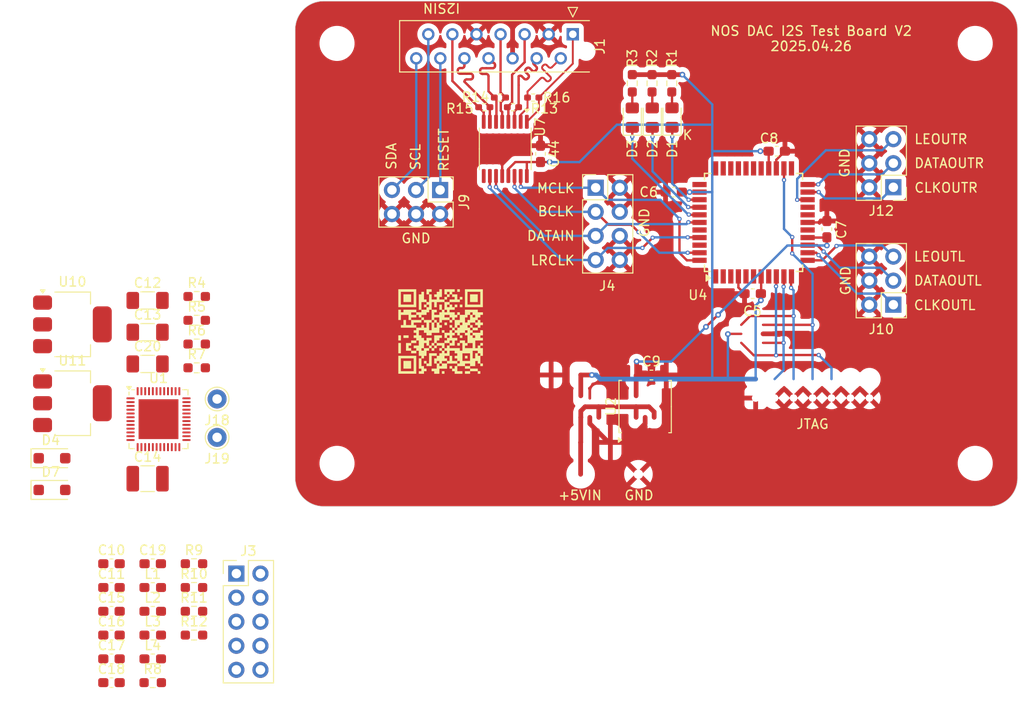
<source format=kicad_pcb>
(kicad_pcb (version 20241229) (generator "pcbnew") (generator_version "9.0")
  (layers (0 "F.Cu" mixed) (2 "B.Cu" mixed) (13 "F.Paste" user) (15 "B.Paste" user) (5 "F.SilkS" user "F.Silkscreen") (7 "B.SilkS" user "B.Silkscreen") (1 "F.Mask" user) (3 "B.Mask" user) (25 "Edge.Cuts" user))
  (net 0 "")
  (net 1 "GND")
  (net 2 "+3V3")
  (net 3 "+1V8")
  (net 4 "JTAG_TCK")
  (net 5 "JTAG_TDO")
  (net 6 "JTAG_TDI")
  (net 7 "JTAG_TMS")
  (net 8 "BCK")
  (net 9 "LRCLK")
  (net 10 "DATAIN")
  (net 11 "DATAOUTR")
  (net 12 "DATAOUTL")
  (net 13 "/VCCO_03")
  (net 14 "LEOUTR")
  (net 15 "CLKOUTR")
  (net 16 "LEOUTL")
  (net 17 "CLKOUTL")
  (net 18 "MCLK")
  (net 19 "/BCLK+")
  (net 20 "SDA")
  (net 21 "/DATAIN-")
  (net 22 "/DATAIN+")
  (net 23 "/MCLK+")
  (net 24 "SCL")
  (net 25 "/MCLK-")
  (net 26 "/LRCLK+")
  (net 27 "/LRCLK-")
  (net 28 "/VCCO_12")
  (net 29 "/VCCX")
  (net 30 "+1V2")
  (net 37 "Net-(D1-A)")
  (net 47 "Net-(D1-K)")
  (net 52 "Net-(D2-K)")
  (net 54 "RESET")
  (net 55 "/BCLK-")
  (net 57 "Net-(D2-A)")
  (net 58 "Net-(D3-K)")
  (net 59 "Net-(D3-A)")
  (net 60 "+5V")
  (net 61 "Net-(U2-~{HOLD}{slash}~{RESET}{slash}IO_{3})")
  (net 62 "Net-(U2-~{WP}{slash}IO_{2})")
  (net 63 "/SPI_MCLK")
  (net 64 "/SPI_MCS")
  (net 65 "/VCC")
  (net 69 "Net-(U1-VSS-Pad2)")
  (net 79 "Net-(J3-Pin_9)")
  (net 85 "/SPI_MI")
  (net 91 "/SPI_MO")
  (net 94 "Net-(J3-Pin_5)")
  (net 100 "Net-(J3-Pin_1)")
  (net 102 "Net-(J3-Pin_3)")
  (footprint "MountingHole:MountingHole_3.2mm_M3" (layer "F.Cu") (at 113.03 66.04)
    (property "Reference" "H1" (hide yes))
    (property "Value" "MountingHole")
  )
  (footprint "MountingHole:MountingHole_3.2mm_M3" (layer "F.Cu") (at 113.03 110.363)
    (property "Reference" "H4" (hide yes))
    (property "Value" "MountingHole")
  )
  (footprint "MountingHole:MountingHole_3.2mm_M3" (layer "F.Cu") (at 180.34 110.363)
    (property "Reference" "H3" (hide yes))
    (property "Value" "MountingHole")
  )
  (footprint "MountingHole:MountingHole_3.2mm_M3" (layer "F.Cu") (at 180.34 66.04)
    (property "Reference" "H2" (hide yes))
    (property "Value" "MountingHole")
  )
  (footprint "Capacitor_SMD:C_0603_1608Metric_Pad1.08x0.95mm_HandSolder" (layer "F.Cu") (at 156.8715 92.451)
    (property "Reference" "C5")
    (property "Value" "100nF")
  )
  (footprint "Package_QFP:TQFP-44_10x10mm_P0.8mm" (layer "F.Cu") (at 156.9616 84.9326 90)
    (property "Reference" "U4")
    (property "Value" "XC2C64A-xVQ44")
  )
  (footprint "Capacitor_SMD:C_0603_1608Metric_Pad1.08x0.95mm_HandSolder" (layer "F.Cu") (at 148.5403 81.7322)
    (property "Reference" "C6")
    (property "Value" "100nF")
  )
  (footprint "Capacitor_SMD:C_0603_1608Metric_Pad1.08x0.95mm_HandSolder" (layer "F.Cu") (at 164.6936 85.6449 -90)
    (property "Reference" "C7")
    (property "Value" "100nF")
  )
  (footprint "Capacitor_SMD:C_0603_1608Metric_Pad1.08x0.95mm_HandSolder" (layer "F.Cu") (at 159.4093 77.4142 180)
    (property "Reference" "C8")
    (property "Value" "100nF")
  )
  (footprint "Connector_PinHeader_2.54mm:PinHeader_2x03_P2.54mm_Vertical" (layer "F.Cu") (at 123.9012 81.5086 -90)
    (property "Reference" "J9")
    (property "Value" "Conn_02x03_Odd_Even")
  )
  (footprint "Package_SO:SOIC-8_5.3x5.3mm_P1.27mm" (layer "F.Cu") (at 145.5268 104.3691 90)
    (property "Reference" "U2")
    (property "Value" "W25Q32JVSS")
  )
  (footprint "Package_TO_SOT_SMD:SOT-223-3_TabPin2" (layer "F.Cu") (at 85.1208 95.6948)
    (property "Reference" "U10")
    (property "Value" "TLV1117-33")
  )
  (footprint "Inductor_SMD:L_0603_1608Metric_Pad1.05x0.95mm_HandSolder" (layer "F.Cu") (at 93.5928 130.9962)
    (property "Reference" "L4")
    (property "Value" "600R@100MHz")
  )
  (footprint "Connector_PinHeader_2.54mm:PinHeader_2x04_P2.54mm_Vertical" (layer "F.Cu") (at 140.3096 81.275)
    (property "Reference" "J4")
    (property "Value" "Conn_02x04_Odd_Even")
  )
  (footprint "LED_SMD:LED_0805_2012Metric_Pad1.15x1.40mm_HandSolder" (layer "F.Cu") (at 148.3614 73.8672 90)
    (property "Reference" "D1")
    (property "Value" "LED")
  )
  (footprint "Resistor_SMD:R_0402_1005Metric_Pad0.72x0.64mm_HandSolder" (layer "F.Cu") (at 133.7189 71.755)
    (property "Reference" "R16")
    (property "Value" "100R")
  )
  (footprint "Inductor_SMD:L_0603_1608Metric_Pad1.05x0.95mm_HandSolder" (layer "F.Cu") (at 93.5928 125.9762)
    (property "Reference" "L2")
    (property "Value" "600R@100MHz")
  )
  (footprint "Capacitor_SMD:C_0603_1608Metric_Pad1.08x0.95mm_HandSolder" (layer "F.Cu") (at 134.493 77.6975 -90)
    (property "Reference" "C44")
    (property "Value" "1uF")
  )
  (footprint "Resistor_SMD:R_0603_1608Metric_Pad0.98x0.95mm_HandSolder" (layer "F.Cu") (at 97.9428 120.9562)
    (property "Reference" "R9")
    (property "Value" "22R")
  )
  (footprint "Connector_TE-Connectivity:TE_Micro-MaTch_1-215079-4_2x07_P1.27mm_Vertical" (layer "F.Cu") (at 137.8966 65.0748 -90)
    (property "Reference" "J1")
    (property "Value" "Conn_01x15")
  )
  (footprint "Connector_PinHeader_2.54mm:PinHeader_2x05_P2.54mm_Vertical" (layer "F.Cu") (at 102.4128 121.9962)
    (property "Reference" "J3")
    (property "Value" "Conn_02x05_Odd_Even")
  )
  (footprint "Capacitor_SMD:C_0603_1608Metric_Pad1.08x0.95mm_HandSolder" (layer "F.Cu") (at 89.2428 123.4662)
    (property "Reference" "C11")
    (property "Value" "100nF")
  )
  (footprint "Connector_PinHeader_2.54mm:PinHeader_2x03_P2.54mm_Vertical" (layer "F.Cu") (at 171.704 93.6194 180)
    (property "Reference" "J10")
    (property "Value" "Conn_02x03_Odd_Even")
  )
  (footprint "Package_SO:TSSOP-16_4.4x5mm_P0.65mm" (layer "F.Cu") (at 130.7748 77.1729 -90)
    (property "Reference" "U7")
    (property "Value" "FIN1048MTCX")
  )
  (footprint "Resistor_SMD:R_0603_1608Metric_Pad0.98x0.95mm_HandSolder" (layer "F.Cu") (at 98.2308 100.2798)
    (property "Reference" "R7")
    (property "Value" "4.7k")
  )
  (footprint "Resistor_SMD:R_0603_1608Metric_Pad0.98x0.95mm_HandSolder" (layer "F.Cu") (at 98.2308 92.7498)
    (property "Reference" "R4")
    (property "Value" "4.7k")
  )
  (footprint "Connector_Pin:Pin_D1.0mm_L10.0mm" (layer "F.Cu") (at 100.3808 103.5698)
    (property "Reference" "J18")
    (property "Value" "+5VIN")
  )
  (footprint "Inductor_SMD:L_0603_1608Metric_Pad1.05x0.95mm_HandSolder" (layer "F.Cu") (at 93.5928 128.4862)
    (property "Reference" "L3")
    (property "Value" "600R@100MHz")
  )
  (footprint "Resistor_SMD:R_0603_1608Metric_Pad0.98x0.95mm_HandSolder" (layer "F.Cu") (at 97.9428 128.4862)
    (property "Reference" "R12")
    (property "Value" "4.7k")
  )
  (footprint "Capacitor_SMD:C_0603_1608Metric_Pad1.08x0.95mm_HandSolder" (layer "F.Cu") (at 89.2428 125.9762)
    (property "Reference" "C15")
    (property "Value" "10uF")
  )
  (footprint "Resistor_SMD:R_0603_1608Metric_Pad0.98x0.95mm_HandSolder" (layer "F.Cu") (at 97.9428 125.9762)
    (property "Reference" "R11")
    (property "Value" "22R")
  )
  (footprint "Resistor_SMD:R_0603_1608Metric_Pad0.98x0.95mm_HandSolder" (layer "F.Cu") (at 98.2308 95.2598)
    (property "Reference" "R5")
    (property "Value" "4.7k")
  )
  (footprint "Capacitor_SMD:C_1206_3216Metric_Pad1.33x1.80mm_HandSolder" (layer "F.Cu") (at 93.0508 96.5198)
    (property "Reference" "C13")
    (property "Value" "10uF/50V")
  )
  (footprint "Resistor_SMD:R_0603_1608Metric_Pad0.98x0.95mm_HandSolder" (layer "F.Cu") (at 93.5928 133.5062)
    (property "Reference" "R8")
    (property "Value" "22R")
  )
  (footprint "Resistor_SMD:R_0402_1005Metric_Pad0.72x0.64mm_HandSolder" (layer "F.Cu") (at 130.2137 71.755)
    (property "Reference" "R14")
    (property "Value" "100R")
  )
  (footprint "LOGO" (layer "F.Cu") (at 123.952 96.4438)
    (property "Reference" "G***" (hide yes))
    (property "Value" "LOGO" (hide yes))
  )
  (footprint "Diode_SMD:D_SOD-123F" (layer "F.Cu") (at 82.9658 113.1698)
    (property "Reference" "D7")
    (property "Value" "SM4002PL-TP")
  )
  (footprint "Resistor_SMD:R_0603_1608Metric_Pad0.98x0.95mm_HandSolder" (layer "F.Cu") (at 146.2532 70.2495 -90)
    (property "Reference" "R2")
    (property "Value" "330R")
  )
  (footprint "Resistor_SMD:R_0603_1608Metric_Pad0.98x0.95mm_HandSolder" (layer "F.Cu") (at 144.1704 70.2495 -90)
    (property "Reference" "R3")
    (property "Value" "330R")
  )
  (footprint "Resistor_SMD:R_0603_1608Metric_Pad0.98x0.95mm_HandSolder" (layer "F.Cu") (at 98.2308 97.7698)
    (property "Reference" "R6")
    (property "Value" "1k")
  )
  (footprint "Resistor_SMD:R_0402_1005Metric_Pad0.72x0.64mm_HandSolder" (layer "F.Cu") (at 131.5853 72.771)
    (property "Reference" "R13")
    (property "Value" "100R")
  )
  (footprint "Connector_PinHeader_2.54mm:PinHeader_2x03_P2.54mm_Vertical" (layer "F.Cu") (at 171.704 81.2242 180)
    (property "Reference" "J12")
    (property "Value" "Conn_02x03_Odd_Even")
  )
  (footprint "Capacitor_SMD:C_0603_1608Metric_Pad1.08x0.95mm_HandSolder" (layer "F.Cu") (at 93.5928 120.9562)
    (property "Reference" "C19")
    (property "Value" "100nF")
  )
  (footprint "Capacitor_SMD:C_1210_3225Metric_Pad1.33x2.70mm_HandSolder" (layer "F.Cu") (at 93.0508 111.9798)
    (property "Reference" "C14")
    (property "Value" "22uF/25V")
  )
  (footprint "Capacitor_SMD:C_1206_3216Metric_Pad1.33x1.80mm_HandSolder" (layer "F.Cu") (at 93.0508 99.8698)
    (property "Reference" "C20")
    (property "Value" "10uF")
  )
  (footprint "Package_DFN_QFN:QFN-48-1EP_6x6mm_P0.4mm_EP4.2x4.2mm" (layer "F.Cu") (at 94.2008 105.6998)
    (property "Reference" "U1")
    (property "Value" "GW1N-UV4QN48C6_I5")
  )
  (footprint "LED_SMD:LED_0805_2012Metric_Pad1.15x1.40mm_HandSolder" (layer "F.Cu") (at 146.2786 73.8746 90)
    (property "Reference" "D2")
    (property "Value" "LED")
  )
  (footprint "Diode_SMD:D_SOD-123F" (layer "F.Cu") (at 82.9658 109.8198)
    (property "Reference" "D4")
    (property "Value" "SM4002PL-TP")
  )
  (footprint "Resistor_SMD:R_0603_1608Metric_Pad0.98x0.95mm_HandSolder" (layer "F.Cu") (at 97.9428 123.4662)
    (property "Reference" "R10")
    (property "Value" "22R")
  )
  (footprint "Inductor_SMD:L_0603_1608Metric_Pad1.05x0.95mm_HandSolder" (layer "F.Cu") (at 93.5928 123.4662)
    (property "Reference" "L1")
    (property "Value" "600R@100MHz")
  )
  (footprint "Capacitor_SMD:C_0603_1608Metric_Pad1.08x0.95mm_HandSolder" (layer "F.Cu") (at 89.2428 133.5062)
    (property "Reference" "C18")
    (property "Value" "10uF")
  )
  (footprint "Capacitor_SMD:C_0603_1608Metric_Pad1.08x0.95mm_HandSolder" (layer "F.Cu") (at 89.2428 130.9962)
    (property "Reference" "C17")
    (property "Value" "100nF")
  )
  (footprint "Capacitor_SMD:C_0603_1608Metric_Pad1.08x0.95mm_HandSolder" (layer "F.Cu") (at 89.2428 120.9562)
    (property "Reference" "C10")
    (property "Value" "10uF")
  )
  (footprint "LED_SMD:LED_0805_2012Metric_Pad1.15x1.40mm_HandSolder" (layer "F.Cu") (at 144.1704 73.8746 90)
    (property "Reference" "D3")
    (property "Value" "LED")
  )
  (footprint "Capacitor_SMD:C_0603_1608Metric_Pad1.08x0.95mm_HandSolder" (layer "F.Cu") (at 146.1901 101.0362)
    (property "Reference" "C9")
    (property "Value" "1uF")
  )
  (footprint "Capacitor_SMD:C_1206_3216Metric_Pad1.33x1.80mm_HandSolder" (layer "F.Cu") (at 93.0508 93.1698)
    (property "Reference" "C12")
    (property "Value" "10uF/50V")
  )
  (footprint "Connector_Pin:Pin_D1.0mm_L10.0mm" (layer "F.Cu") (at 100.3808 107.6198)
    (property "Reference" "J19")
    (property "Value" "GND")
  )
  (footprint "Resistor_SMD:R_0603_1608Metric_Pad0.98x0.95mm_HandSolder" (layer "F.Cu") (at 148.336 70.2495 -90)
    (property "Reference" "R1")
    (property "Value" "330R")
  )
  (footprint "Capacitor_SMD:C_0603_1608Metric_Pad1.08x0.95mm_HandSolder" (layer "F.Cu") (at 89.2428 128.4862)
    (property "Reference" "C16")
    (property "Value" "100nF")
  )
  (footprint "Package_TO_SOT_SMD:SOT-223-3_TabPin2" (layer "F.Cu") (at 85.1208 104.0198)
    (property "Reference" "U11")
    (property "Value" "TLV1117LV12DCYR")
  )
  (footprint "Resistor_SMD:R_0402_1005Metric_Pad0.72x0.64mm_HandSolder" (layer "F.Cu") (at 128.5615 72.771)
    (property "Reference" "R15")
    (property "Value" "100R")
  )
  (gr_line (start 111.6104 61.5696) (end 181.8104 61.5696) (stroke (width 0.05)) (layer "Edge.Cuts"))
  (gr_arc (start 181.8104 61.5696) (mid 183.93172 62.44828) (end 184.8104 64.5696) (stroke (width 0.05)) (layer "Edge.Cuts"))
  (gr_line (start 108.6104 111.9096) (end 108.6104 64.5696) (stroke (width 0.05)) (layer "Edge.Cuts"))
  (gr_arc (start 111.6104 114.9096) (mid 109.48908 114.03092) (end 108.6104 111.9096) (stroke (width 0.05)) (layer "Edge.Cuts"))
  (gr_line (start 181.8104 114.9096) (end 111.6104 114.9096) (stroke (width 0.05)) (layer "Edge.Cuts"))
  (gr_arc (start 184.8104 111.9096) (mid 183.93172 114.03092) (end 181.8104 114.9096) (stroke (width 0.05)) (layer "Edge.Cuts"))
  (gr_arc (start 108.6104 64.5696) (mid 109.48908 62.44828) (end 111.6104 61.5696) (stroke (width 0.05)) (layer "Edge.Cuts"))
  (gr_line (start 184.8104 64.5696) (end 184.8104 111.9096) (stroke (width 0.05)) (layer "Edge.Cuts"))
  (gr_text "I2SIN" (at 124.0536 62.3062 180) (layer "F.SilkS") (effects (font (size 1 1))))
  (gr_text "JTAG" (at 163.1818 106.2178 0) (layer "F.SilkS") (effects (font (size 1 1))))
  (gr_text "NOS DAC I2S Test Board V2\n2025.04.26" (at 163.0426 65.532 0) (layer "F.SilkS") (effects (font (size 1 1))))
  (gr_text "GND" (at 144.8816 113.7362 0) (layer "F.SilkS") (effects (font (size 1 1))))
  (gr_text "GND" (at 121.3612 86.614 0) (layer "F.SilkS") (effects (font (size 1 1))))
  (gr_text "SDA" (at 118.7704 77.9526 90) (layer "F.SilkS") (effects (font (size 1 1))))
  (gr_text "GND" (at 166.6748 91.0844 90) (layer "F.SilkS") (effects (font (size 1 1))))
  (gr_text "DATAOUTR" (at 173.8376 78.6842 0) (layer "F.SilkS") (effects (font (size 1 1)) (justify left)))
  (gr_text "CLKOUTL" (at 173.7868 93.6702 0) (layer "F.SilkS") (effects (font (size 1 1)) (justify left)))
  (gr_text "BCLK" (at 138.1252 83.7642 0) (layer "F.SilkS") (effects (font (size 1 1)) (justify right)))
  (gr_text "RESET" (at 124.2822 77.2668 90) (layer "F.SilkS") (effects (font (size 1 1))))
  (gr_text "DATAIN" (at 138.176 86.355 0) (layer "F.SilkS") (effects (font (size 1 1)) (justify right)))
  (gr_text "CLKOUTR" (at 173.8376 81.275 0) (layer "F.SilkS") (effects (font (size 1 1)) (justify left)))
  (gr_text "LRCLK" (at 138.176 88.9458 0) (layer "F.SilkS") (effects (font (size 1 1)) (justify right)))
  (gr_text "DATAOUTL" (at 173.7868 91.0794 0) (layer "F.SilkS") (effects (font (size 1 1)) (justify left)))
  (gr_text "LEOUTR" (at 173.8376 76.1442 0) (layer "F.SilkS") (effects (font (size 1 1)) (justify left)))
  (gr_text "+5VIN" (at 138.6586 113.7362 0) (layer "F.SilkS") (effects (font (size 1 1))))
  (gr_text "GND" (at 166.5732 78.6638 90) (layer "F.SilkS") (effects (font (size 1 1))))
  (gr_text "SCL" (at 121.3104 78.0288 90) (layer "F.SilkS") (effects (font (size 1 1))))
  (gr_text "K" (at 149.4028 76.2966 0) (layer "F.SilkS") (effects (font (size 1 1)) (justify left bottom)))
  (gr_text "LEOUTL" (at 173.7868 88.5394 0) (layer "F.SilkS") (effects (font (size 1 1)) (justify left)))
  (gr_text "MCLK" (at 138.176 81.3258 0) (layer "F.SilkS") (effects (font (size 1 1)) (justify right)))
  (gr_text "GND" (at 145.4404 84.963 90) (layer "F.SilkS") (effects (font (size 1 1))))
  (segment (start 145.9299 104.3931) (end 146.4768 104.94) (width 0.5) (layer "F.Cu") (net 0))
  (segment (start 144.5768 105.5066) (end 144.5768 104.3931) (width 0.5) (layer "F.Cu") (net 0))
  (segment (start 140.6144 104.3931) (end 144.5768 104.3931) (width 0.5) (layer "F.Cu") (net 0))
  (segment (start 138.7398 104.844101) (end 139.190801 104.3931) (width 0.5) (layer "F.Cu") (net 0))
  (segment (start 140.6398 105.5066) (end 140.6398 104.4185) (width 0.5) (layer "F.Cu") (net 0))
  (segment (start 138.7348 105.5116) (end 138.7398 105.5066) (width 0.5) (layer "F.Cu") (net 0))
  (segment (start 138.7398 105.5066) (end 138.7398 104.844101) (width 0.5) (layer "F.Cu") (net 0))
  (segment (start 140.6398 104.4185) (end 140.6144 104.3931) (width 0.5) (layer "F.Cu") (net 0))
  (segment (start 138.7348 108.1482) (end 138.7348 105.5116) (width 0.5) (layer "F.Cu") (net 0))
  (segment (start 138.7221 111.5137) (end 138.7221 108.1609) (width 0.5) (layer "F.Cu") (net 0))
  (segment (start 146.4768 104.94) (end 146.4768 105.5066) (width 0.5) (layer "F.Cu") (net 0))
  (segment (start 139.190801 104.3931) (end 140.6144 104.3931) (width 0.5) (layer "F.Cu") (net 0))
  (segment (start 144.5768 104.3931) (end 145.9299 104.3931) (width 0.5) (layer "F.Cu") (net 0))
  (segment (start 138.7221 108.1609) (end 138.7348 108.1482) (width 0.5) (layer "F.Cu") (net 0))
  (segment (start 130.4498 80.0354) (end 130.4498 77.8718) (width 0.25) (layer "F.Cu") (net 1))
  (segment (start 157.9626 96.6928) (end 165.1762 96.6928) (width 0.5) (layer "F.Cu") (net 1))
  (segment (start 159.3616 79.2326) (end 159.3616 78.3244) (width 0.25) (layer "F.Cu") (net 1))
  (segment (start 159.3616 78.3244) (end 160.2718 77.4142) (width 0.25) (layer "F.Cu") (net 1))
  (segment (start 130.4498 77.8718) (end 130.302 77.724) (width 0.25) (layer "F.Cu") (net 1))
  (segment (start 155.3616 90.6326) (end 155.3616 91.8036) (width 0.25) (layer "F.Cu") (net 1))
  (segment (start 141.668901 108.1482) (end 141.8598 108.1482) (width 0.5) (layer "F.Cu") (net 1))
  (segment (start 131.5466 63.4746) (end 131.5212 63.4492) (width 0.5) (layer "F.Cu") (net 1))
  (segment (start 145.5268 106.169099) (end 143.547699 108.1482) (width 0.5) (layer "F.Cu") (net 1))
  (segment (start 139.6898 106.169099) (end 141.668901 108.1482) (width 0.5) (layer "F.Cu") (net 1))
  (segment (start 139.6898 105.5066) (end 139.6898 106.169099) (width 0.5) (layer "F.Cu") (net 1))
  (segment (start 131.5466 67.6148) (end 131.5466 63.4746) (width 0.5) (layer "F.Cu") (net 1))
  (segment (start 143.547699 108.1482) (end 141.8598 108.1482) (width 0.5) (layer "F.Cu") (net 1))
  (segment (start 164.5434 84.9326) (end 164.6936 84.7824) (width 0.25) (layer "F.Cu") (net 1))
  (segment (start 145.5268 105.5066) (end 145.5268 106.169099) (width 0.5) (layer "F.Cu") (net 1))
  (segment (start 165.1762 96.6928) (end 165.8112 97.3278) (width 0.5) (layer "F.Cu") (net 1))
  (segment (start 155.3616 91.8036) (end 156.009 92.451) (width 0.25) (layer "F.Cu") (net 1))
  (segment (start 162.6616 84.9326) (end 164.5434 84.9326) (width 0.25) (layer "F.Cu") (net 1))
  (segment (start 134.493 78.56) (end 135.456 78.56) (width 0.25) (layer "F.Cu") (net 2))
  (segment (start 133.0498 80.0354) (end 133.0498 78.5808) (width 0.25) (layer "F.Cu") (net 2))
  (segment (start 131.837701 78.56) (end 131.0998 79.297901) (width 0.25) (layer "F.Cu") (net 2))
  (segment (start 138.7398 103.2316) (end 138.7398 101.0412) (width 0.5) (layer "F.Cu") (net 2))
  (segment (start 146.2532 69.337) (end 148.336 69.337) (width 0.5) (layer "F.Cu") (net 2))
  (segment (start 151.2616 81.7326) (end 150.2156 81.7326) (width 0.25) (layer "F.Cu") (net 2))
  (segment (start 149.4032 81.7326) (end 149.4028 81.7322) (width 0.25) (layer "F.Cu") (net 2))
  (segment (start 135.456 78.56) (end 135.4582 78.5622) (width 0.25) (layer "F.Cu") (net 2))
  (segment (start 148.336 69.337) (end 149.4536 69.337) (width 0.5) (layer "F.Cu") (net 2))
  (segment (start 150.2156 81.7326) (end 149.4032 81.7326) (width 0.25) (layer "F.Cu") (net 2))
  (segment (start 158.5468 77.4142) (end 157.6832 77.4142) (width 0.25) (layer "F.Cu") (net 2))
  (segment (start 144.1704 69.337) (end 146.2532 69.337) (width 0.5) (layer "F.Cu") (net 2))
  (segment (start 158.5616 77.429) (end 158.5468 77.4142) (width 0.25) (layer "F.Cu") (net 2))
  (segment (start 157.7616 92.4234) (end 157.734 92.451) (width 0.25) (layer "F.Cu") (net 2))
  (segment (start 157.7616 90.6326) (end 157.7616 92.4234) (width 0.25) (layer "F.Cu") (net 2))
  (segment (start 138.7348 101.0362) (end 139.9032 101.0362) (width 0.5) (layer "F.Cu") (net 2))
  (segment (start 158.5616 79.2326) (end 158.5616 77.429) (width 0.25) (layer "F.Cu") (net 2))
  (segment (start 133.0706 78.56) (end 131.837701 78.56) (width 0.25) (layer "F.Cu") (net 2))
  (segment (start 133.0498 78.5808) (end 133.0706 78.56) (width 0.25) (layer "F.Cu") (net 2))
  (segment (start 155.6626 96.6928) (end 154.2796 96.6928) (width 0.25) (layer "F.Cu") (net 2))
  (segment (start 138.7398 101.0412) (end 138.7348 101.0362) (width 0.5) (layer "F.Cu") (net 2))
  (segment (start 134.493 78.56) (end 133.0706 78.56) (width 0.25) (layer "F.Cu") (net 2))
  (segment (start 154.2796 96.6928) (end 154.2542 96.7182) (width 0.25) (layer "F.Cu") (net 2))
  (segment (start 157.734 92.451) (end 157.734 93.1527) (width 0.25) (layer "F.Cu") (net 2))
  (segment (start 131.0998 79.297901) (end 131.0998 80.0354) (width 0.25) (layer "F.Cu") (net 2))
  (via (at 150.2156 81.7326) (size 0.6) (drill 0.3) (layers "F.Cu" "B.Cu") (net 2))
  (via (at 149.4536 69.337) (size 0.6) (drill 0.3) (layers "F.Cu" "B.Cu") (net 2))
  (via (at 154.2542 96.7182) (size 0.6) (drill 0.3) (layers "F.Cu" "B.Cu") (net 2))
  (via (at 139.9032 101.0362) (size 0.6) (drill 0.3) (layers "F.Cu" "B.Cu") (net 2))
  (via (at 135.4582 78.5622) (size 0.6) (drill 0.3) (layers "F.Cu" "B.Cu") (net 2))
  (via (at 157.734 93.1527) (size 0.6) (drill 0.3) (layers "F.Cu" "B.Cu") (net 2))
  (via (at 157.6832 77.4142) (size 0.6) (drill 0.3) (layers "F.Cu" "B.Cu") (net 2))
  (segment (start 152.6028 81.7326) (end 152.6032 81.7322) (width 0.25) (layer "B.Cu") (net 2))
  (segment (start 152.6032 81.7322) (end 152.6032 101.3664) (width 0.25) (layer "B.Cu") (net 2))
  (segment (start 152.6032 101.3664) (end 152.5016 101.468) (width 0.25) (layer "B.Cu") (net 2))
  (segment (start 152.6032 74.6202) (end 152.6032 72.4866) (width 0.25) (layer "B.Cu") (net 2))
  (segment (start 157.1818 93.7049) (end 157.734 93.1527) (width 0.25) (layer "B.Cu") (net 2))
  (segment (start 154.2542 96.7182) (end 154.2542 101.468) (width 0.25) (layer "B.Cu") (net 2))
  (segment (start 140.3604 101.0362) (end 140.7922 101.468) (width 0.5) (layer "B.Cu") (net 2))
  (segment (start 152.7048 77.4142) (end 152.6032 77.3126) (width 0.25) (layer "B.Cu") (net 2))
  (segment (start 152.6032 81.7322) (end 152.6032 77.3126) (width 0.25) (layer "B.Cu") (net 2))
  (segment (start 150.2156 81.7326) (end 152.6028 81.7326) (width 0.25) (layer "B.Cu") (net 2))
  (segment (start 138.6028 78.5622) (end 142.5448 74.6202) (width 0.25) (layer "B.Cu") (net 2))
  (segment (start 139.9032 101.0362) (end 140.3604 101.0362) (width 0.5) (layer "B.Cu") (net 2))
  (segment (start 152.6032 77.3126) (end 152.6032 74.6202) (width 0.25) (layer "B.Cu") (net 2))
  (segment (start 157.6832 77.4142) (end 152.7048 77.4142) (width 0.25) (layer "B.Cu") (net 2))
  (segment (start 157.1818 101.468) (end 157.1818 93.7049) (width 0.25) (layer "B.Cu") (net 2))
  (segment (start 154.2542 101.468) (end 157.1818 101.468) (width 0.25) (layer "B.Cu") (net 2))
  (segment (start 142.5448 74.6202) (end 152.6032 74.6202) (width 0.25) (layer "B.Cu") (net 2))
  (segment (start 140.7922 101.468) (end 152.5016 101.468) (width 0.5) (layer "B.Cu") (net 2))
  (segment (start 152.5016 101.468) (end 157.1818 101.468) (width 0.5) (layer "B.Cu") (net 2))
  (segment (start 152.6032 72.4866) (end 149.4536 69.337) (width 0.25) (layer "B.Cu") (net 2))
  (segment (start 135.4582 78.5622) (end 138.6028 78.5622) (width 0.25) (layer "B.Cu") (net 2))
  (segment (start 144.5768 103.2316) (end 144.5768 101.087) (width 0.5) (layer "F.Cu") (net 3))
  (segment (start 162.6616 86.5326) (end 164.6684 86.5326) (width 0.25) (layer "F.Cu") (net 3))
  (segment (start 164.6936 87.371) (end 164.6936 86.5074) (width 0.25) (layer "F.Cu") (net 3))
  (segment (start 144.5768 101.087) (end 144.6276 101.0362) (width 0.5) (layer "F.Cu") (net 3))
  (segment (start 164.6684 86.5326) (end 164.6936 86.5074) (width 0.25) (layer "F.Cu") (net 3))
  (segment (start 153.2128 94.6862) (end 151.9428 95.9562) (width 0.25) (layer "F.Cu") (net 3))
  (segment (start 153.2282 94.6862) (end 153.2128 94.6862) (width 0.25) (layer "F.Cu") (net 3))
  (segment (start 144.6276 101.0362) (end 144.6276 99.6138) (width 0.5) (layer "F.Cu") (net 3))
  (via (at 164.6936 87.371) (size 0.6) (drill 0.3) (layers "F.Cu" "B.Cu") (net 3))
  (via (at 144.6276 99.6138) (size 0.6) (drill 0.3) (layers "F.Cu" "B.Cu") (net 3))
  (via (at 151.9428 95.9562) (size 0.6) (drill 0.3) (layers "F.Cu" "B.Cu") (net 3))
  (via (at 153.2282 94.6862) (size 0.6) (drill 0.3) (layers "F.Cu" "B.Cu") (net 3))
  (segment (start 148.2852 99.6138) (end 144.6276 99.6138) (width 0.25) (layer "B.Cu") (net 3))
  (segment (start 160.528 87.371) (end 153.2282 94.6708) (width 0.25) (layer "B.Cu") (net 3))
  (segment (start 160.528 87.371) (end 164.6936 87.371) (width 0.25) (layer "B.Cu") (net 3))
  (segment (start 153.2282 94.6708) (end 153.2282 94.6862) (width 0.25) (layer "B.Cu") (net 3))
  (segment (start 151.9428 95.9562) (end 148.2852 99.6138) (width 0.25) (layer "B.Cu") (net 3))
  (segment (start 155.6626 95.7428) (end 156.5922 94.8132) (width 0.25) (layer "F.Cu") (net 4))
  (segment (start 160.919 90.6752) (end 160.9616 90.6326) (width 0.25) (layer "F.Cu") (net 4))
  (segment (start 156.5922 94.8132) (end 161.1818 94.8132) (width 0.25) (layer "F.Cu") (net 4))
  (segment (start 160.919 91.8414) (end 160.919 90.6752) (width 0.25) (layer "F.Cu") (net 4))
  (via (at 161.1818 94.8132) (size 0.45) (drill 0.225) (layers "F.Cu" "B.Cu") (net 4))
  (via (at 160.919 91.8414) (size 0.45) (drill 0.225) (layers "F.Cu" "B.Cu") (net 4))
  (segment (start 161.1818 92.1042) (end 161.1818 94.8132) (width 0.25) (layer "B.Cu") (net 4))
  (segment (start 160.919 91.8414) (end 161.1818 92.1042) (width 0.25) (layer "B.Cu") (net 4))
  (segment (start 161.1818 94.8132) (end 161.1818 101.468) (width 0.25) (layer "B.Cu") (net 4))
  (segment (start 157.9626 95.7428) (end 163.1716 95.7428) (width 0.25) (layer "F.Cu") (net 5))
  (segment (start 160.1724 80.4622) (end 160.1724 79.2434) (width 0.25) (layer "F.Cu") (net 5))
  (segment (start 163.1716 95.7428) (end 163.1818 95.753) (width 0.25) (layer "F.Cu") (net 5))
  (segment (start 161.036 88.2092) (end 161.036 86.482) (width 0.25) (layer "F.Cu") (net 5))
  (segment (start 160.1724 79.2434) (end 160.1616 79.2326) (width 0.25) (layer "F.Cu") (net 5))
  (via (at 161.036 88.2092) (size 0.45) (drill 0.225) (layers "F.Cu" "B.Cu") (net 5))
  (via (at 160.1724 80.4622) (size 0.45) (drill 0.225) (layers "F.Cu" "B.Cu") (net 5))
  (via (at 163.1818 95.753) (size 0.45) (drill 0.225) (layers "F.Cu" "B.Cu") (net 5))
  (via (at 161.036 86.482) (size 0.45) (drill 0.225) (layers "F.Cu" "B.Cu") (net 5))
  (segment (start 160.1724 85.6184) (end 160.1724 80.4622) (width 0.25) (layer "B.Cu") (net 5))
  (segment (start 163.1818 95.753) (end 163.1818 90.355) (width 0.25) (layer "B.Cu") (net 5))
  (segment (start 163.1818 90.355) (end 161.036 88.2092) (width 0.25) (layer "B.Cu") (net 5))
  (segment (start 161.036 86.482) (end 160.1724 85.6184) (width 0.25) (layer "B.Cu") (net 5))
  (segment (start 163.1818 101.468) (end 163.1818 95.753) (width 0.25) (layer "B.Cu") (net 5))
  (segment (start 159.3616 91.651634) (end 159.328442 91.684792) (width 0.25) (layer "F.Cu") (net 6))
  (segment (start 156.9732 98.9534) (end 155.6626 97.6428) (width 0.25) (layer "F.Cu") (net 6))
  (segment (start 159.3596 98.928) (end 163.83 98.928) (width 0.25) (layer "F.Cu") (net 6))
  (segment (start 159.3342 98.9534) (end 159.3596 98.928) (width 0.25) (layer "F.Cu") (net 6))
  (segment (start 159.3342 98.9534) (end 156.9732 98.9534) (width 0.25) (layer "F.Cu") (net 6))
  (segment (start 159.3616 90.6326) (end 159.3616 91.651634) (width 0.25) (layer "F.Cu") (net 6))
  (via (at 163.83 98.928) (size 0.45) (drill 0.225) (layers "F.Cu" "B.Cu") (net 6))
  (via (at 159.3342 98.9534) (size 0.45) (drill 0.225) (layers "F.Cu" "B.Cu") (net 6))
  (via (at 159.328442 91.684792) (size 0.45) (drill 0.225) (layers "F.Cu" "B.Cu") (net 6))
  (segment (start 165.1818 101.468) (end 165.1818 100.2798) (width 0.25) (layer "B.Cu") (net 6))
  (segment (start 159.328442 98.947642) (end 159.3342 98.9534) (width 0.25) (layer "B.Cu") (net 6))
  (segment (start 165.1818 100.2798) (end 163.83 98.928) (width 0.25) (layer "B.Cu") (net 6))
  (segment (start 159.328442 91.684792) (end 159.328442 98.947642) (width 0.25) (layer "B.Cu") (net 6))
  (segment (start 160.117192 97.6428) (end 160.127392 97.6326) (width 0.25) (layer "F.Cu") (net 7))
  (segment (start 160.1616 91.691602) (end 160.127392 91.72581) (width 0.25) (layer "F.Cu") (net 7))
  (segment (start 160.1616 90.6326) (end 160.1616 91.691602) (width 0.25) (layer "F.Cu") (net 7))
  (segment (start 157.9626 97.6428) (end 160.117192 97.6428) (width 0.25) (layer "F.Cu") (net 7))
  (via (at 160.127392 97.6326) (size 0.45) (drill 0.225) (layers "F.Cu" "B.Cu") (net 7))
  (via (at 160.127392 91.72581) (size 0.45) (drill 0.225) (layers "F.Cu" "B.Cu") (net 7))
  (segment (start 160.127392 100.522408) (end 159.1818 101.468) (width 0.25) (layer "B.Cu") (net 7))
  (segment (start 160.127392 97.6326) (end 160.127392 100.522408) (width 0.25) (layer "B.Cu") (net 7))
  (segment (start 160.127392 91.72581) (end 160.127392 97.6326) (width 0.25) (layer "B.Cu") (net 7))
  (segment (start 150.0124 88.133) (end 151.2612 88.133) (width 0.25) (layer "F.Cu") (net 8))
  (segment (start 140.3096 83.815) (end 141.6736 85.179) (width 0.25) (layer "F.Cu") (net 8))
  (segment (start 131.7498 80.0354) (end 131.7498 81.1784) (width 0.25) (layer "F.Cu") (net 8))
  (segment (start 141.6736 85.179) (end 144.0612 85.179) (width 0.25) (layer "F.Cu") (net 8))
  (segment (start 151.2612 88.133) (end 151.2616 88.1326) (width 0.25) (layer "F.Cu") (net 8))
  (segment (start 144.0612 85.179) (end 144.8308 85.9486) (width 0.25) (layer "F.Cu") (net 8))
  (segment (start 139.724501 83.815) (end 140.3096 83.815) (width 0.25) (layer "F.Cu") (net 8))
  (via (at 150.0124 88.133) (size 0.45) (drill 0.225) (layers "F.Cu" "B.Cu") (net 8))
  (via (at 131.7498 81.1784) (size 0.45) (drill 0.225) (layers "F.Cu" "B.Cu") (net 8))
  (via (at 144.8308 85.9486) (size 0.45) (drill 0.225) (layers "F.Cu" "B.Cu") (net 8))
  (segment (start 134.267568 83.815) (end 131.7498 81.297232) (width 0.25) (layer "B.Cu") (net 8))
  (segment (start 144.8308 85.9486) (end 147.0152 88.133) (width 0.25) (layer "B.Cu") (net 8))
  (segment (start 140.3096 83.815) (end 134.267568 83.815) (width 0.25) (layer "B.Cu") (net 8))
  (segment (start 131.7498 81.297232) (end 131.7498 81.1784) (width 0.25) (layer "B.Cu") (net 8))
  (segment (start 147.0152 88.133) (end 150.0124 88.133) (width 0.25) (layer "B.Cu") (net 8))
  (segment (start 145.2372 87.625) (end 146.314142 86.548058) (width 0.25) (layer "F.Cu") (net 9))
  (segment (start 150.0124 86.5074) (end 151.2364 86.5074) (width 0.25) (layer "F.Cu") (net 9))
  (segment (start 151.2364 86.5074) (end 151.2616 86.5326) (width 0.25) (layer "F.Cu") (net 9))
  (segment (start 129.1498 81.1876) (end 129.1336 81.2038) (width 0.25) (layer "F.Cu") (net 9))
  (segment (start 129.1498 80.0354) (end 129.1498 81.1876) (width 0.25) (layer "F.Cu") (net 9))
  (via (at 145.2372 87.625) (size 0.45) (drill 0.225) (layers "F.Cu" "B.Cu") (net 9))
  (via (at 146.314142 86.548058) (size 0.45) (drill 0.225) (layers "F.Cu" "B.Cu") (net 9))
  (via (at 150.0124 86.5074) (size 0.45) (drill 0.225) (layers "F.Cu" "B.Cu") (net 9))
  (via (at 129.1336 81.2038) (size 0.45) (drill 0.225) (layers "F.Cu" "B.Cu") (net 9))
  (segment (start 140.3096 88.895) (end 136.705968 88.895) (width 0.25) (layer "B.Cu") (net 9))
  (segment (start 129.1336 81.322632) (end 129.1336 81.2038) (width 0.25) (layer "B.Cu") (net 9))
  (segment (start 140.3096 88.895) (end 141.5796 87.625) (width 0.25) (layer "B.Cu") (net 9))
  (segment (start 141.5796 87.625) (end 145.2372 87.625) (width 0.25) (layer "B.Cu") (net 9))
  (segment (start 146.3548 86.5074) (end 150.0124 86.5074) (width 0.25) (layer "B.Cu") (net 9))
  (segment (start 136.705968 88.895) (end 129.1336 81.322632) (width 0.25) (layer "B.Cu") (net 9))
  (segment (start 146.314142 86.548058) (end 146.3548 86.5074) (width 0.25) (layer "B.Cu") (net 9))
  (segment (start 129.7998 80.0354) (end 129.7998 81.198) (width 0.25) (layer "F.Cu") (net 10))
  (segment (start 151.2616 84.9326) (end 150.109 84.9326) (width 0.25) (layer "F.Cu") (net 10))
  (segment (start 150.109 84.9326) (end 150.0886 84.9122) (width 0.25) (layer "F.Cu") (net 10))
  (segment (start 129.7998 81.198) (end 129.794 81.2038) (width 0.25) (layer "F.Cu") (net 10))
  (via (at 129.794 81.2038) (size 0.45) (drill 0.225) (layers "F.Cu" "B.Cu") (net 10))
  (via (at 150.0886 84.9122) (size 0.45) (drill 0.225) (layers "F.Cu" "B.Cu") (net 10))
  (segment (start 134.9452 86.355) (end 129.794 81.2038) (width 0.25) (layer "B.Cu") (net 10))
  (segment (start 149.8898 85.111) (end 141.5536 85.111) (width 0.25) (layer "B.Cu") (net 10))
  (segment (start 141.5536 85.111) (end 140.3096 86.355) (width 0.25) (layer "B.Cu") (net 10))
  (segment (start 150.0886 84.9122) (end 149.8898 85.111) (width 0.25) (layer "B.Cu") (net 10))
  (segment (start 140.3096 86.355) (end 134.9452 86.355) (width 0.25) (layer "B.Cu") (net 10))
  (segment (start 163.766 80.9326) (end 163.7792 80.9194) (width 0.25) (layer "F.Cu") (net 11))
  (segment (start 162.6616 80.9326) (end 163.766 80.9326) (width 0.25) (layer "F.Cu") (net 11))
  (via (at 163.7792 80.9194) (size 0.45) (drill 0.225) (layers "F.Cu" "B.Cu") (net 11))
  (segment (start 163.7792 80.9194) (end 164.8384 79.8602) (width 0.25) (layer "B.Cu") (net 11))
  (segment (start 170.528 79.8602) (end 171.704 78.6842) (width 0.25) (layer "B.Cu") (net 11))
  (segment (start 164.8384 79.8602) (end 170.528 79.8602) (width 0.25) (layer "B.Cu") (net 11))
  (segment (start 162.6616 87.3326) (end 163.671462 87.3326) (width 0.25) (layer "F.Cu") (net 12))
  (segment (start 163.671462 87.3326) (end 164.346222 88.00736) (width 0.25) (layer "F.Cu") (net 12))
  (via (at 164.346222 88.00736) (size 0.45) (drill 0.225) (layers "F.Cu" "B.Cu") (net 12))
  (segment (start 164.346222 88.00736) (end 166.054262 89.7154) (width 0.25) (layer "B.Cu") (net 12))
  (segment (start 166.054262 89.7154) (end 170.34 89.7154) (width 0.25) (layer "B.Cu") (net 12))
  (segment (start 170.34 89.7154) (end 171.704 91.0794) (width 0.25) (layer "B.Cu") (net 12))
  (segment (start 162.6616 82.5326) (end 161.5734 82.5326) (width 0.25) (layer "F.Cu") (net 14))
  (segment (start 161.5734 82.5326) (end 161.561 82.545) (width 0.25) (layer "F.Cu") (net 14))
  (via (at 161.561 82.545) (size 0.45) (drill 0.225) (layers "F.Cu" "B.Cu") (net 14))
  (segment (start 161.561 82.545) (end 161.561 80.3436) (width 0.25) (layer "B.Cu") (net 14))
  (segment (start 164.5844 77.3202) (end 170.528 77.3202) (width 0.25) (layer "B.Cu") (net 14))
  (segment (start 170.528 77.3202) (end 171.704 76.1442) (width 0.25) (layer "B.Cu") (net 14))
  (segment (start 161.561 80.3436) (end 164.5844 77.3202) (width 0.25) (layer "B.Cu") (net 14))
  (segment (start 161.561 82.545) (end 161.4932 82.4772) (width 0.25) (layer "B.Cu") (net 14))
  (segment (start 163.8296 81.7326) (end 163.83 81.7322) (width 0.25) (layer "F.Cu") (net 15))
  (segment (start 162.6616 81.7326) (end 163.8296 81.7326) (width 0.25) (layer "F.Cu") (net 15))
  (via (at 163.83 81.7322) (size 0.45) (drill 0.225) (layers "F.Cu" "B.Cu") (net 15))
  (segment (start 163.83 81.7322) (end 164.498 82.4002) (width 0.25) (layer "B.Cu") (net 15))
  (segment (start 164.498 82.4002) (end 170.528 82.4002) (width 0.25) (layer "B.Cu") (net 15))
  (segment (start 170.528 82.4002) (end 171.704 81.2242) (width 0.25) (layer "B.Cu") (net 15))
  (segment (start 162.6616 88.9326) (end 164.1988 88.9326) (width 0.25) (layer "F.Cu") (net 16))
  (segment (start 164.1988 88.9326) (end 165.7096 87.4218) (width 0.25) (layer "F.Cu") (net 16))
  (via (at 165.7096 87.4218) (size 0.45) (drill 0.225) (layers "F.Cu" "B.Cu") (net 16))
  (segment (start 165.7096 87.4218) (end 165.768 87.3634) (width 0.25) (layer "B.Cu") (net 16))
  (segment (start 165.768 87.3634) (end 170.528 87.3634) (width 0.25) (layer "B.Cu") (net 16))
  (segment (start 170.528 87.3634) (end 171.704 88.5394) (width 0.25) (layer "B.Cu") (net 16))
  (segment (start 163.565472 88.1326) (end 163.815472 88.3826) (width 0.25) (layer "F.Cu") (net 17))
  (segment (start 162.6616 88.1326) (end 163.565472 88.1326) (width 0.25) (layer "F.Cu") (net 17))
  (via (at 163.815472 88.3826) (size 0.45) (drill 0.225) (layers "F.Cu" "B.Cu") (net 17))
  (segment (start 163.815472 88.3826) (end 167.876272 92.4434) (width 0.25) (layer "B.Cu") (net 17))
  (segment (start 167.876272 92.4434) (end 170.528 92.4434) (width 0.25) (layer "B.Cu") (net 17))
  (segment (start 170.528 92.4434) (end 171.704 93.6194) (width 0.25) (layer "B.Cu") (net 17))
  (segment (start 151.2484 88.9458) (end 151.2616 88.9326) (width 0.25) (layer "F.Cu") (net 18))
  (segment (start 132.3998 81.168) (end 132.4102 81.1784) (width 0.25) (layer "F.Cu") (net 18))
  (segment (start 132.3998 80.0354) (end 132.3998 81.168) (width 0.25) (layer "F.Cu") (net 18))
  (segment (start 149.926702 88.9326) (end 149.1488 88.154698) (width 0.25) (layer "F.Cu") (net 18))
  (segment (start 151.2616 88.9326) (end 149.926702 88.9326) (width 0.25) (layer "F.Cu") (net 18))
  (segment (start 149.1488 88.154698) (end 149.1488 84.56) (width 0.25) (layer "F.Cu") (net 18))
  (via (at 132.4102 81.1784) (size 0.45) (drill 0.225) (layers "F.Cu" "B.Cu") (net 18))
  (via (at 149.1488 84.56) (size 0.45) (drill 0.225) (layers "F.Cu" "B.Cu") (net 18))
  (segment (start 147.1388 82.55) (end 141.5846 82.55) (width 0.25) (layer "B.Cu") (net 18))
  (segment (start 141.5846 82.55) (end 140.3096 81.275) (width 0.25) (layer "B.Cu") (net 18))
  (segment (start 140.3096 81.275) (end 132.5068 81.275) (width 0.25) (layer "B.Cu") (net 18))
  (segment (start 149.1488 84.56) (end 147.1388 82.55) (width 0.25) (layer "B.Cu") (net 18))
  (segment (start 132.5068 81.275) (end 132.4102 81.1784) (width 0.25) (layer "B.Cu") (net 18))
  (segment (start 133.196254 69.344115) (end 132.946473 69.094334) (width 0.25) (layer "F.Cu") (net 19))
  (segment (start 131.7498 73.204) (end 132.1828 72.771) (width 0.25) (layer "F.Cu") (net 19))
  (segment (start 133.37074 68.670071) (end 133.620522 68.919853) (width 0.25) (layer "F.Cu") (net 19))
  (segment (start 131.7498 74.3104) (end 131.7498 73.204) (width 0.25) (layer "F.Cu") (net 19))
  (segment (start 132.1828 72.771) (end 132.1828 70.445279) (width 0.25) (layer "F.Cu") (net 19))
  (segment (start 133.795002 67.906394) (end 133.879857 67.821542) (width 0.25) (layer "F.Cu") (net 19))
  (segment (start 133.031328 68.670071) (end 133.031329 68.670071) (width 0.25) (layer "F.Cu") (net 19))
  (segment (start 133.959933 68.919853) (end 134.044785 68.835) (width 0.25) (layer "F.Cu") (net 19))
  (segment (start 133.879857 67.821542) (end 134.0866 67.6148) (width 0.25) (layer "F.Cu") (net 19))
  (segment (start 132.1828 69.795279) (end 132.1828 69.5186) (width 0.25) (layer "F.Cu") (net 19))
  (segment (start 134.044785 68.495588) (end 133.795002 68.245805) (width 0.25) (layer "F.Cu") (net 19))
  (segment (start 132.522211 69.5186) (end 132.771991 69.76838) (width 0.25) (layer "F.Cu") (net 19))
  (segment (start 133.111402 69.76838) (end 133.196254 69.683527) (width 0.25) (layer "F.Cu") (net 19))
  (segment (start 132.946473 68.754923) (end 133.031328 68.670071) (width 0.25) (layer "F.Cu") (net 19))
  (segment (start 132.1828 70.445279) (end 132.1828 69.795279) (width 0.25) (layer "F.Cu") (net 19))
  (arc (start 132.946473 69.094334) (mid 132.876178 68.924629) (end 132.946473 68.754923) (width 0.25) (layer "F.Cu") (net 19))
  (arc (start 133.196254 69.683527) (mid 133.266549 69.513821) (end 133.196254 69.344115) (width 0.25) (layer "F.Cu") (net 19))
  (arc (start 133.031329 68.670071) (mid 133.201034 68.599777) (end 133.37074 68.670071) (width 0.25) (layer "F.Cu") (net 19))
  (arc (start 133.795002 68.245805) (mid 133.724707 68.0761) (end 133.795002 67.906394) (width 0.25) (layer "F.Cu") (net 19))
  (arc (start 132.771991 69.76838) (mid 132.941697 69.838674) (end 133.111402 69.76838) (width 0.25) (layer "F.Cu") (net 19))
  (arc (start 132.1828 69.5186) (mid 132.352505 69.448306) (end 132.522211 69.5186) (width 0.25) (layer "F.Cu") (net 19))
  (arc (start 134.044785 68.835) (mid 134.11508 68.665294) (end 134.044785 68.495588) (width 0.25) (layer "F.Cu") (net 19))
  (arc (start 133.620522 68.919853) (mid 133.790228 68.990147) (end 133.959933 68.919853) (width 0.25) (layer "F.Cu") (net 19))
  (segment (start 121.3866 67.6148) (end 121.3866 78.9432) (width 0.25) (layer "B.Cu") (net 20))
  (segment (start 121.3866 78.9432) (end 118.8212 81.5086) (width 0.25) (layer "B.Cu") (net 20))
  (segment (start 130.3043 72.2619) (end 130.8112 71.755) (width 0.25) (layer "F.Cu") (net 21))
  (segment (start 130.4498 73.282242) (end 130.3043 73.136742) (width 0.25) (layer "F.Cu") (net 21))
  (segment (start 130.4498 74.3104) (end 130.4498 73.282242) (width 0.25) (layer "F.Cu") (net 21))
  (segment (start 130.2766 65.0748) (end 130.2766 71.2204) (width 0.25) (layer "F.Cu") (net 21))
  (segment (start 130.3043 73.136742) (end 130.3043 72.2619) (width 0.25) (layer "F.Cu") (net 21))
  (segment (start 130.2766 71.2204) (end 130.8112 71.755) (width 0.25) (layer "F.Cu") (net 21))
  (segment (start 129.7998 74.3104) (end 129.8425 74.2677) (width 0.25) (layer "F.Cu") (net 22))
  (segment (start 128.121478 69.019656) (end 128.121478 68.899656) (width 0.25) (layer "F.Cu") (net 22))
  (segment (start 129.451725 68.059656) (end 129.2466 68.059656) (width 0.25) (layer "F.Cu") (net 22))
  (segment (start 128.7666 68.659656) (end 129.2466 68.659656) (width 0.25) (layer "F.Cu") (net 22))
  (segment (start 129.8425 71.9813) (end 129.6162 71.755) (width 0.25) (layer "F.Cu") (net 22))
  (segment (start 129.0066 67.819656) (end 129.0066 67.699656) (width 0.25) (layer "F.Cu") (net 22))
  (segment (start 129.0066 71.0946) (end 129.0066 69.499656) (width 0.25) (layer "F.Cu") (net 22))
  (segment (start 129.691725 68.419656) (end 129.691725 68.299656) (width 0.25) (layer "F.Cu") (net 22))
  (segment (start 129.2466 68.659656) (end 129.451725 68.659656) (width 0.25) (layer "F.Cu") (net 22))
  (segment (start 129.8425 74.2677) (end 129.8425 71.9813) (width 0.25) (layer "F.Cu") (net 22))
  (segment (start 128.7666 69.259656) (end 128.361478 69.259656) (width 0.25) (layer "F.Cu") (net 22))
  (segment (start 129.6162 71.7042) (end 129.0066 71.0946) (width 0.25) (layer "F.Cu") (net 22))
  (segment (start 129.6162 71.755) (end 129.6162 71.7042) (width 0.25) (layer "F.Cu") (net 22))
  (segment (start 128.361478 68.659656) (end 128.7666 68.659656) (width 0.25) (layer "F.Cu") (net 22))
  (segment (start 129.0066 67.699656) (end 129.0066 67.6148) (width 0.25) (layer "F.Cu") (net 22))
  (arc (start 128.361478 69.259656) (mid 128.191772 69.189362) (end 128.121478 69.019656) (width 0.25) (layer "F.Cu") (net 22))
  (arc (start 128.121478 68.899656) (mid 128.191772 68.72995) (end 128.361478 68.659656) (width 0.25) (layer "F.Cu") (net 22))
  (arc (start 129.2466 68.059656) (mid 129.076894 67.989362) (end 129.0066 67.819656) (width 0.25) (layer "F.Cu") (net 22))
  (arc (start 129.691725 68.299656) (mid 129.621431 68.12995) (end 129.451725 68.059656) (width 0.25) (layer "F.Cu") (net 22))
  (arc (start 129.0066 69.499656) (mid 128.936306 69.32995) (end 128.7666 69.259656) (width 0.25) (layer "F.Cu") (net 22))
  (arc (start 129.451725 68.659656) (mid 129.621431 68.589362) (end 129.691725 68.419656) (width 0.25) (layer "F.Cu") (net 22))
  (segment (start 132.3998 73.567886) (end 133.1214 72.846286) (width 0.2) (layer "F.Cu") (net 23))
  (segment (start 134.812584 68.336651) (end 134.727731 68.421503) (width 0.2) (layer "F.Cu") (net 23))
  (segment (start 135.358666 68.543322) (end 135.151995 68.336651) (width 0.2) (layer "F.Cu") (net 23))
  (segment (start 136.6266 67.6148) (end 135.698078 68.543322) (width 0.2) (layer "F.Cu") (net 23))
  (segment (start 134.727731 68.760915) (end 134.934401 68.967585) (width 0.2) (layer "F.Cu") (net 23))
  (segment (start 132.3998 74.3104) (end 132.3998 73.567886) (width 0.2) (layer "F.Cu") (net 23))
  (segment (start 135.09154 69.973257) (end 134.849549 69.731266) (width 0.2) (layer "F.Cu") (net 23))
  (segment (start 135.515805 69.888402) (end 135.430952 69.973256) (width 0.2) (layer "F.Cu") (net 23))
  (segment (start 134.202552 70.038848) (end 133.1214 71.12) (width 0.2) (layer "F.Cu") (net 23))
  (segment (start 134.510139 69.731265) (end 134.425284 69.816117) (width 0.2) (layer "F.Cu") (net 23))
  (segment (start 133.1214 71.12) (end 133.1214 71.755) (width 0.2) (layer "F.Cu") (net 23))
  (segment (start 134.425284 69.816117) (end 134.202552 70.038848) (width 0.2) (layer "F.Cu") (net 23))
  (segment (start 133.1214 72.846286) (end 133.1214 71.755) (width 0.2) (layer "F.Cu") (net 23))
  (segment (start 135.273814 69.306998) (end 135.515806 69.54899) (width 0.2) (layer "F.Cu") (net 23))
  (segment (start 134.934401 68.967585) (end 135.273814 69.306998) (width 0.2) (layer "F.Cu") (net 23))
  (arc (start 134.849549 69.731266) (mid 134.679843 69.660972) (end 134.510139 69.731265) (width 0.2) (layer "F.Cu") (net 23))
  (arc (start 135.515806 69.54899) (mid 135.586101 69.718695) (end 135.515805 69.888402) (width 0.2) (layer "F.Cu") (net 23))
  (arc (start 135.151995 68.336651) (mid 134.98229 68.266356) (end 134.812584 68.336651) (width 0.2) (layer "F.Cu") (net 23))
  (arc (start 135.698078 68.543322) (mid 135.528372 68.613617) (end 135.358666 68.543322) (width 0.2) (layer "F.Cu") (net 23))
  (arc (start 135.430952 69.973256) (mid 135.261246 70.043551) (end 135.09154 69.973257) (width 0.2) (layer "F.Cu") (net 23))
  (arc (start 134.727731 68.421503) (mid 134.657436 68.591209) (end 134.727731 68.760915) (width 0.2) (layer "F.Cu") (net 23))
  (segment (start 122.6566 65.0748) (end 122.6566 80.2132) (width 0.25) (layer "B.Cu") (net 24))
  (segment (start 122.6566 80.2132) (end 121.3612 81.5086) (width 0.25) (layer "B.Cu") (net 24))
  (segment (start 134.3164 73.0438) (end 134.3164 71.755) (width 0.2) (layer "F.Cu") (net 25))
  (segment (start 133.0498 74.3104) (end 134.3164 73.0438) (width 0.2) (layer "F.Cu") (net 25))
  (segment (start 134.3164 71.755) (end 137.8966 68.1748) (width 0.2) (layer "F.Cu") (net 25))
  (segment (start 137.8966 68.1748) (end 137.8966 65.0748) (width 0.2) (layer "F.Cu") (net 25))
  (segment (start 127.123876 69.2386) (end 126.7066 69.2386) (width 0.25) (layer "F.Cu") (net 26))
  (segment (start 129.159 72.771) (end 126.984902 70.596902) (width 0.25) (layer "F.Cu") (net 26))
  (segment (start 127.363876 69.5986) (end 127.363876 69.4786) (width 0.25) (layer "F.Cu") (net 26))
  (segment (start 126.4666 68.2786) (end 126.4666 67.6148) (width 0.25) (layer "F.Cu") (net 26))
  (segment (start 126.525282 70.137282) (end 126.4666 70.0786) (width 0.25) (layer "F.Cu") (net 26))
  (segment (start 126.2266 69.2386) (end 126.009323 69.2386) (width 0.25) (layer "F.Cu") (net 26))
  (segment (start 129.1498 74.3104) (end 129.1498 72.7802) (width 0.25) (layer "F.Cu") (net 26))
  (segment (start 129.1498 72.7802) (end 129.159 72.771) (width 0.25) (layer "F.Cu") (net 26))
  (segment (start 125.769323 68.9986) (end 125.769323 68.8786) (width 0.25) (layer "F.Cu") (net 26))
  (segment (start 126.7066 69.2386) (end 126.2266 69.2386) (width 0.25) (layer "F.Cu") (net 26))
  (segment (start 126.009323 68.6386) (end 126.2266 68.6386) (width 0.25) (layer "F.Cu") (net 26))
  (segment (start 126.984902 70.596902) (end 126.525282 70.137282) (width 0.25) (layer "F.Cu") (net 26))
  (segment (start 126.7066 69.8386) (end 127.123876 69.8386) (width 0.25) (layer "F.Cu") (net 26))
  (segment (start 126.4666 68.3986) (end 126.4666 68.2786) (width 0.25) (layer "F.Cu") (net 26))
  (arc (start 126.2266 68.6386) (mid 126.396306 68.568306) (end 126.4666 68.3986) (width 0.25) (layer "F.Cu") (net 26))
  (arc (start 127.363876 69.4786) (mid 127.293582 69.308894) (end 127.123876 69.2386) (width 0.25) (layer "F.Cu") (net 26))
  (arc (start 126.009323 69.2386) (mid 125.839617 69.168306) (end 125.769323 68.9986) (width 0.25) (layer "F.Cu") (net 26))
  (arc (start 127.123876 69.8386) (mid 127.293582 69.768306) (end 127.363876 69.5986) (width 0.25) (layer "F.Cu") (net 26))
  (arc (start 125.769323 68.8786) (mid 125.839617 68.708894) (end 126.009323 68.6386) (width 0.25) (layer "F.Cu") (net 26))
  (arc (start 126.4666 70.0786) (mid 126.536894 69.908894) (end 126.7066 69.8386) (width 0.25) (layer "F.Cu") (net 26))
  (segment (start 125.1966 65.0748) (end 125.1966 70.0036) (width 0.25) (layer "F.Cu") (net 27))
  (segment (start 125.1966 70.0036) (end 127.964 72.771) (width 0.25) (layer "F.Cu") (net 27))
  (segment (start 128.4998 73.3068) (end 127.964 72.771) (width 0.25) (layer "F.Cu") (net 27))
  (segment (start 128.4998 74.3104) (end 128.4998 73.3068) (width 0.25) (layer "F.Cu") (net 27))
  (segment (start 148.3614 71.1874) (end 148.336 71.162) (width 0.25) (layer "F.Cu") (net 37))
  (segment (start 148.3614 72.8422) (end 148.3614 71.1874) (width 0.25) (layer "F.Cu") (net 37))
  (segment (start 150.1264 82.5326) (end 150.114 82.545) (width 0.25) (layer "F.Cu") (net 47))
  (segment (start 151.2616 82.5326) (end 150.1264 82.5326) (width 0.25) (layer "F.Cu") (net 47))
  (segment (start 148.3868 74.9176) (end 148.3614 74.8922) (width 0.25) (layer "F.Cu") (net 47))
  (segment (start 148.3868 75.8902) (end 148.3868 74.9176) (width 0.25) (layer "F.Cu") (net 47))
  (via (at 150.114 82.545) (size 0.45) (drill 0.225) (layers "F.Cu" "B.Cu") (net 47))
  (via (at 148.3868 75.8902) (size 0.45) (drill 0.225) (layers "F.Cu" "B.Cu") (net 47))
  (segment (start 148.3868 80.8178) (end 148.3868 75.8902) (width 0.25) (layer "B.Cu") (net 47))
  (segment (start 150.114 82.545) (end 148.3868 80.8178) (width 0.25) (layer "B.Cu") (net 47))
  (segment (start 151.2616 83.3326) (end 150.0888 83.3326) (width 0.25) (layer "F.Cu") (net 52))
  (segment (start 146.304 74.925) (end 146.2786 74.8996) (width 0.25) (layer "F.Cu") (net 52))
  (segment (start 150.0888 83.3326) (end 150.0632 83.307) (width 0.25) (layer "F.Cu") (net 52))
  (segment (start 146.304 75.8902) (end 146.304 74.925) (width 0.25) (layer "F.Cu") (net 52))
  (via (at 146.304 75.8902) (size 0.45) (drill 0.225) (layers "F.Cu" "B.Cu") (net 52))
  (via (at 150.0632 83.307) (size 0.45) (drill 0.225) (layers "F.Cu" "B.Cu") (net 52))
  (segment (start 150.0632 83.307) (end 146.304 79.5478) (width 0.25) (layer "B.Cu") (net 52))
  (segment (start 146.304 79.5478) (end 146.304 75.8902) (width 0.25) (layer "B.Cu") (net 52))
  (segment (start 123.9266 67.6148) (end 123.9266 81.4832) (width 0.25) (layer "B.Cu") (net 54))
  (segment (start 123.9266 81.4832) (end 123.9012 81.5086) (width 0.25) (layer "B.Cu") (net 54))
  (segment (start 131.4947 72.2641) (end 131.4947 69.3431) (width 0.25) (layer "F.Cu") (net 55))
  (segment (start 131.0998 74.3104) (end 131.0998 72.883) (width 0.25) (layer "F.Cu") (net 55))
  (segment (start 132.8166 68.0212) (end 132.8166 65.0748) (width 0.25) (layer "F.Cu") (net 55))
  (segment (start 131.0998 72.883) (end 130.9878 72.771) (width 0.25) (layer "F.Cu") (net 55))
  (segment (start 131.4947 69.3431) (end 132.8166 68.0212) (width 0.25) (layer "F.Cu") (net 55))
  (segment (start 130.9878 72.771) (end 131.4947 72.2641) (width 0.25) (layer "F.Cu") (net 55))
  (segment (start 146.2786 71.1874) (end 146.2532 71.162) (width 0.25) (layer "F.Cu") (net 57))
  (segment (start 146.2786 72.8496) (end 146.2786 71.1874) (width 0.25) (layer "F.Cu") (net 57))
  (segment (start 144.1704 75.8902) (end 144.1704 74.8996) (width 0.25) (layer "F.Cu") (net 58))
  (segment (start 150.158064 84.1326) (end 150.129632 84.104168) (width 0.25) (layer "F.Cu") (net 58))
  (segment (start 151.2616 84.1326) (end 150.158064 84.1326) (width 0.25) (layer "F.Cu") (net 58))
  (via (at 150.129632 84.104168) (size 0.45) (drill 0.225) (layers "F.Cu" "B.Cu") (net 58))
  (via (at 144.1704 75.8902) (size 0.45) (drill 0.225) (layers "F.Cu" "B.Cu") (net 58))
  (segment (start 144.1704 78.2066) (end 144.1704 75.8902) (width 0.25) (layer "B.Cu") (net 58))
  (segment (start 150.067968 84.104168) (end 144.1704 78.2066) (width 0.25) (layer "B.Cu") (net 58))
  (segment (start 150.129632 84.104168) (end 150.067968 84.104168) (width 0.25) (layer "B.Cu") (net 58))
  (segment (start 144.1704 72.8496) (end 144.1704 71.162) (width 0.25) (layer "F.Cu") (net 59))
  (zone (net 1) (net_name "GND") (layer "F.Cu") (connect_pads (clearance 0.508)) (min_thickness 0.254) (fill yes (thermal_gap 0.508) (thermal_bridge_width 0.508))
    (polygon (pts (xy 184.785 114.935) (xy 108.585 114.935) (xy 108.585 61.595) (xy 184.785 61.595)))
  )
)
</source>
